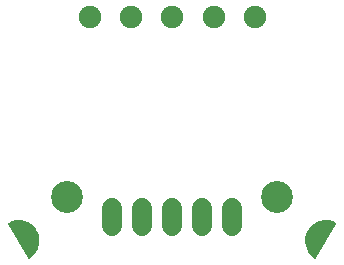
<source format=gbr>
G04 EAGLE Gerber RS-274X export*
G75*
%MOMM*%
%FSLAX34Y34*%
%LPD*%
%INSoldermask Bottom*%
%IPPOS*%
%AMOC8*
5,1,8,0,0,1.08239X$1,22.5*%
G01*
%ADD10C,1.903200*%
%ADD11C,1.727200*%
%ADD12C,1.203200*%
%ADD13C,2.703200*%

G36*
X52597Y60940D02*
X52597Y60940D01*
X52668Y60937D01*
X52695Y60947D01*
X52724Y60949D01*
X52814Y60991D01*
X52854Y61006D01*
X52862Y61014D01*
X52875Y61020D01*
X55178Y62619D01*
X55202Y62645D01*
X55242Y62672D01*
X57251Y64629D01*
X57270Y64658D01*
X57305Y64691D01*
X58964Y66952D01*
X58979Y66983D01*
X59008Y67022D01*
X60272Y69525D01*
X60281Y69559D01*
X60303Y69602D01*
X61139Y72279D01*
X61142Y72313D01*
X61157Y72359D01*
X61540Y75138D01*
X61538Y75172D01*
X61544Y75220D01*
X61465Y78023D01*
X61457Y78057D01*
X61456Y78105D01*
X60917Y80857D01*
X60903Y80889D01*
X60894Y80937D01*
X59909Y83562D01*
X59894Y83587D01*
X59889Y83607D01*
X59881Y83618D01*
X59874Y83637D01*
X58470Y86065D01*
X58447Y86091D01*
X58423Y86133D01*
X56639Y88296D01*
X56612Y88318D01*
X56581Y88355D01*
X54465Y90196D01*
X54435Y90213D01*
X54399Y90245D01*
X52008Y91712D01*
X51976Y91723D01*
X51935Y91749D01*
X49336Y92802D01*
X49302Y92809D01*
X49257Y92827D01*
X46520Y93438D01*
X46485Y93439D01*
X46438Y93450D01*
X43638Y93602D01*
X43604Y93597D01*
X43556Y93600D01*
X40768Y93290D01*
X40735Y93279D01*
X40687Y93274D01*
X37989Y92509D01*
X37959Y92493D01*
X37912Y92480D01*
X35377Y91281D01*
X35353Y91264D01*
X35326Y91254D01*
X35274Y91205D01*
X35217Y91162D01*
X35203Y91137D01*
X35182Y91117D01*
X35153Y91052D01*
X35117Y90991D01*
X35114Y90962D01*
X35102Y90935D01*
X35101Y90864D01*
X35092Y90793D01*
X35100Y90765D01*
X35100Y90736D01*
X35134Y90643D01*
X35146Y90602D01*
X35153Y90593D01*
X35158Y90580D01*
X52158Y61180D01*
X52177Y61158D01*
X52190Y61132D01*
X52243Y61084D01*
X52290Y61031D01*
X52316Y61019D01*
X52338Y60999D01*
X52405Y60976D01*
X52469Y60946D01*
X52498Y60944D01*
X52526Y60935D01*
X52597Y60940D01*
G37*
G36*
X295416Y60941D02*
X295416Y60941D01*
X295487Y60940D01*
X295514Y60951D01*
X295543Y60955D01*
X295605Y60989D01*
X295670Y61017D01*
X295691Y61038D01*
X295716Y61052D01*
X295779Y61128D01*
X295809Y61159D01*
X295813Y61169D01*
X295822Y61180D01*
X312822Y90580D01*
X312831Y90608D01*
X312848Y90632D01*
X312863Y90701D01*
X312885Y90769D01*
X312883Y90798D01*
X312889Y90826D01*
X312876Y90896D01*
X312870Y90967D01*
X312857Y90993D01*
X312851Y91021D01*
X312811Y91080D01*
X312779Y91143D01*
X312756Y91162D01*
X312740Y91186D01*
X312658Y91243D01*
X312625Y91270D01*
X312615Y91273D01*
X312603Y91281D01*
X310068Y92480D01*
X310034Y92488D01*
X309991Y92509D01*
X307293Y93274D01*
X307258Y93276D01*
X307212Y93290D01*
X304424Y93600D01*
X304390Y93597D01*
X304342Y93602D01*
X301542Y93450D01*
X301508Y93441D01*
X301460Y93438D01*
X298723Y92827D01*
X298691Y92813D01*
X298644Y92802D01*
X296045Y91749D01*
X296016Y91730D01*
X295972Y91712D01*
X293581Y90245D01*
X293556Y90221D01*
X293515Y90196D01*
X291399Y88355D01*
X291378Y88328D01*
X291341Y88296D01*
X289557Y86133D01*
X289541Y86102D01*
X289510Y86065D01*
X288106Y83637D01*
X288095Y83604D01*
X288088Y83591D01*
X288078Y83577D01*
X288078Y83574D01*
X288071Y83562D01*
X287086Y80937D01*
X287080Y80902D01*
X287063Y80857D01*
X286524Y78105D01*
X286524Y78071D01*
X286515Y78023D01*
X286436Y75220D01*
X286442Y75186D01*
X286440Y75138D01*
X286823Y72359D01*
X286835Y72327D01*
X286841Y72279D01*
X287677Y69602D01*
X287694Y69571D01*
X287708Y69525D01*
X288972Y67022D01*
X288994Y66995D01*
X289016Y66952D01*
X290675Y64691D01*
X290701Y64668D01*
X290729Y64629D01*
X292738Y62672D01*
X292767Y62653D01*
X292802Y62619D01*
X295105Y61020D01*
X295132Y61008D01*
X295155Y60990D01*
X295223Y60969D01*
X295288Y60941D01*
X295317Y60941D01*
X295345Y60933D01*
X295416Y60941D01*
G37*
D10*
X243990Y265160D03*
X208990Y265160D03*
X173990Y265160D03*
X138990Y265160D03*
X103990Y265160D03*
D11*
X224790Y104140D02*
X224790Y88900D01*
X199390Y88900D02*
X199390Y104140D01*
X173990Y104140D02*
X173990Y88900D01*
X148590Y88900D02*
X148590Y104140D01*
X123190Y104140D02*
X123190Y88900D01*
D12*
X297890Y79630D03*
X50090Y79630D03*
D13*
X85090Y113030D03*
X262890Y113030D03*
M02*

</source>
